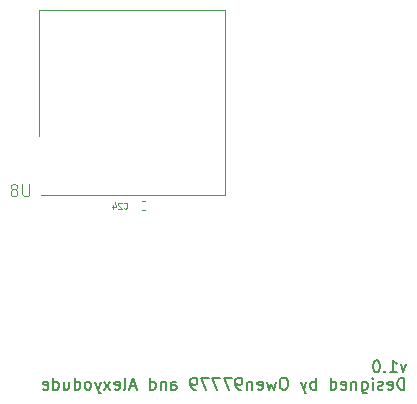
<source format=gbo>
G04 #@! TF.GenerationSoftware,KiCad,Pcbnew,5.1.10-88a1d61d58~90~ubuntu20.04.1*
G04 #@! TF.CreationDate,2021-10-18T20:01:28+01:00*
G04 #@! TF.ProjectId,GPS Hardware,47505320-4861-4726-9477-6172652e6b69,rev?*
G04 #@! TF.SameCoordinates,Original*
G04 #@! TF.FileFunction,Legend,Bot*
G04 #@! TF.FilePolarity,Positive*
%FSLAX46Y46*%
G04 Gerber Fmt 4.6, Leading zero omitted, Abs format (unit mm)*
G04 Created by KiCad (PCBNEW 5.1.10-88a1d61d58~90~ubuntu20.04.1) date 2021-10-18 20:01:28*
%MOMM*%
%LPD*%
G01*
G04 APERTURE LIST*
%ADD10C,0.150000*%
%ADD11C,0.120000*%
%ADD12C,0.125000*%
%ADD13C,0.750000*%
%ADD14C,1.200000*%
%ADD15C,1.508000*%
%ADD16R,1.508000X1.508000*%
%ADD17O,1.000000X2.100000*%
%ADD18C,0.650000*%
%ADD19O,1.000000X1.600000*%
%ADD20R,3.500000X1.500000*%
G04 APERTURE END LIST*
D10*
X148228571Y-105610714D02*
X147990476Y-106277380D01*
X147752380Y-105610714D01*
X146847619Y-106277380D02*
X147419047Y-106277380D01*
X147133333Y-106277380D02*
X147133333Y-105277380D01*
X147228571Y-105420238D01*
X147323809Y-105515476D01*
X147419047Y-105563095D01*
X146419047Y-106182142D02*
X146371428Y-106229761D01*
X146419047Y-106277380D01*
X146466666Y-106229761D01*
X146419047Y-106182142D01*
X146419047Y-106277380D01*
X145752380Y-105277380D02*
X145657142Y-105277380D01*
X145561904Y-105325000D01*
X145514285Y-105372619D01*
X145466666Y-105467857D01*
X145419047Y-105658333D01*
X145419047Y-105896428D01*
X145466666Y-106086904D01*
X145514285Y-106182142D01*
X145561904Y-106229761D01*
X145657142Y-106277380D01*
X145752380Y-106277380D01*
X145847619Y-106229761D01*
X145895238Y-106182142D01*
X145942857Y-106086904D01*
X145990476Y-105896428D01*
X145990476Y-105658333D01*
X145942857Y-105467857D01*
X145895238Y-105372619D01*
X145847619Y-105325000D01*
X145752380Y-105277380D01*
X148060714Y-107752380D02*
X148060714Y-106752380D01*
X147822619Y-106752380D01*
X147679761Y-106800000D01*
X147584523Y-106895238D01*
X147536904Y-106990476D01*
X147489285Y-107180952D01*
X147489285Y-107323809D01*
X147536904Y-107514285D01*
X147584523Y-107609523D01*
X147679761Y-107704761D01*
X147822619Y-107752380D01*
X148060714Y-107752380D01*
X146679761Y-107704761D02*
X146775000Y-107752380D01*
X146965476Y-107752380D01*
X147060714Y-107704761D01*
X147108333Y-107609523D01*
X147108333Y-107228571D01*
X147060714Y-107133333D01*
X146965476Y-107085714D01*
X146775000Y-107085714D01*
X146679761Y-107133333D01*
X146632142Y-107228571D01*
X146632142Y-107323809D01*
X147108333Y-107419047D01*
X146251190Y-107704761D02*
X146155952Y-107752380D01*
X145965476Y-107752380D01*
X145870238Y-107704761D01*
X145822619Y-107609523D01*
X145822619Y-107561904D01*
X145870238Y-107466666D01*
X145965476Y-107419047D01*
X146108333Y-107419047D01*
X146203571Y-107371428D01*
X146251190Y-107276190D01*
X146251190Y-107228571D01*
X146203571Y-107133333D01*
X146108333Y-107085714D01*
X145965476Y-107085714D01*
X145870238Y-107133333D01*
X145394047Y-107752380D02*
X145394047Y-107085714D01*
X145394047Y-106752380D02*
X145441666Y-106800000D01*
X145394047Y-106847619D01*
X145346428Y-106800000D01*
X145394047Y-106752380D01*
X145394047Y-106847619D01*
X144489285Y-107085714D02*
X144489285Y-107895238D01*
X144536904Y-107990476D01*
X144584523Y-108038095D01*
X144679761Y-108085714D01*
X144822619Y-108085714D01*
X144917857Y-108038095D01*
X144489285Y-107704761D02*
X144584523Y-107752380D01*
X144775000Y-107752380D01*
X144870238Y-107704761D01*
X144917857Y-107657142D01*
X144965476Y-107561904D01*
X144965476Y-107276190D01*
X144917857Y-107180952D01*
X144870238Y-107133333D01*
X144775000Y-107085714D01*
X144584523Y-107085714D01*
X144489285Y-107133333D01*
X144013095Y-107085714D02*
X144013095Y-107752380D01*
X144013095Y-107180952D02*
X143965476Y-107133333D01*
X143870238Y-107085714D01*
X143727380Y-107085714D01*
X143632142Y-107133333D01*
X143584523Y-107228571D01*
X143584523Y-107752380D01*
X142727380Y-107704761D02*
X142822619Y-107752380D01*
X143013095Y-107752380D01*
X143108333Y-107704761D01*
X143155952Y-107609523D01*
X143155952Y-107228571D01*
X143108333Y-107133333D01*
X143013095Y-107085714D01*
X142822619Y-107085714D01*
X142727380Y-107133333D01*
X142679761Y-107228571D01*
X142679761Y-107323809D01*
X143155952Y-107419047D01*
X141822619Y-107752380D02*
X141822619Y-106752380D01*
X141822619Y-107704761D02*
X141917857Y-107752380D01*
X142108333Y-107752380D01*
X142203571Y-107704761D01*
X142251190Y-107657142D01*
X142298809Y-107561904D01*
X142298809Y-107276190D01*
X142251190Y-107180952D01*
X142203571Y-107133333D01*
X142108333Y-107085714D01*
X141917857Y-107085714D01*
X141822619Y-107133333D01*
X140584523Y-107752380D02*
X140584523Y-106752380D01*
X140584523Y-107133333D02*
X140489285Y-107085714D01*
X140298809Y-107085714D01*
X140203571Y-107133333D01*
X140155952Y-107180952D01*
X140108333Y-107276190D01*
X140108333Y-107561904D01*
X140155952Y-107657142D01*
X140203571Y-107704761D01*
X140298809Y-107752380D01*
X140489285Y-107752380D01*
X140584523Y-107704761D01*
X139775000Y-107085714D02*
X139536904Y-107752380D01*
X139298809Y-107085714D02*
X139536904Y-107752380D01*
X139632142Y-107990476D01*
X139679761Y-108038095D01*
X139775000Y-108085714D01*
X137965476Y-106752380D02*
X137775000Y-106752380D01*
X137679761Y-106800000D01*
X137584523Y-106895238D01*
X137536904Y-107085714D01*
X137536904Y-107419047D01*
X137584523Y-107609523D01*
X137679761Y-107704761D01*
X137775000Y-107752380D01*
X137965476Y-107752380D01*
X138060714Y-107704761D01*
X138155952Y-107609523D01*
X138203571Y-107419047D01*
X138203571Y-107085714D01*
X138155952Y-106895238D01*
X138060714Y-106800000D01*
X137965476Y-106752380D01*
X137203571Y-107085714D02*
X137013095Y-107752380D01*
X136822619Y-107276190D01*
X136632142Y-107752380D01*
X136441666Y-107085714D01*
X135679761Y-107704761D02*
X135775000Y-107752380D01*
X135965476Y-107752380D01*
X136060714Y-107704761D01*
X136108333Y-107609523D01*
X136108333Y-107228571D01*
X136060714Y-107133333D01*
X135965476Y-107085714D01*
X135775000Y-107085714D01*
X135679761Y-107133333D01*
X135632142Y-107228571D01*
X135632142Y-107323809D01*
X136108333Y-107419047D01*
X135203571Y-107085714D02*
X135203571Y-107752380D01*
X135203571Y-107180952D02*
X135155952Y-107133333D01*
X135060714Y-107085714D01*
X134917857Y-107085714D01*
X134822619Y-107133333D01*
X134775000Y-107228571D01*
X134775000Y-107752380D01*
X134251190Y-107752380D02*
X134060714Y-107752380D01*
X133965476Y-107704761D01*
X133917857Y-107657142D01*
X133822619Y-107514285D01*
X133775000Y-107323809D01*
X133775000Y-106942857D01*
X133822619Y-106847619D01*
X133870238Y-106800000D01*
X133965476Y-106752380D01*
X134155952Y-106752380D01*
X134251190Y-106800000D01*
X134298809Y-106847619D01*
X134346428Y-106942857D01*
X134346428Y-107180952D01*
X134298809Y-107276190D01*
X134251190Y-107323809D01*
X134155952Y-107371428D01*
X133965476Y-107371428D01*
X133870238Y-107323809D01*
X133822619Y-107276190D01*
X133775000Y-107180952D01*
X133441666Y-106752380D02*
X132775000Y-106752380D01*
X133203571Y-107752380D01*
X132489285Y-106752380D02*
X131822619Y-106752380D01*
X132251190Y-107752380D01*
X131536904Y-106752380D02*
X130870238Y-106752380D01*
X131298809Y-107752380D01*
X130441666Y-107752380D02*
X130251190Y-107752380D01*
X130155952Y-107704761D01*
X130108333Y-107657142D01*
X130013095Y-107514285D01*
X129965476Y-107323809D01*
X129965476Y-106942857D01*
X130013095Y-106847619D01*
X130060714Y-106800000D01*
X130155952Y-106752380D01*
X130346428Y-106752380D01*
X130441666Y-106800000D01*
X130489285Y-106847619D01*
X130536904Y-106942857D01*
X130536904Y-107180952D01*
X130489285Y-107276190D01*
X130441666Y-107323809D01*
X130346428Y-107371428D01*
X130155952Y-107371428D01*
X130060714Y-107323809D01*
X130013095Y-107276190D01*
X129965476Y-107180952D01*
X128346428Y-107752380D02*
X128346428Y-107228571D01*
X128394047Y-107133333D01*
X128489285Y-107085714D01*
X128679761Y-107085714D01*
X128775000Y-107133333D01*
X128346428Y-107704761D02*
X128441666Y-107752380D01*
X128679761Y-107752380D01*
X128775000Y-107704761D01*
X128822619Y-107609523D01*
X128822619Y-107514285D01*
X128775000Y-107419047D01*
X128679761Y-107371428D01*
X128441666Y-107371428D01*
X128346428Y-107323809D01*
X127870238Y-107085714D02*
X127870238Y-107752380D01*
X127870238Y-107180952D02*
X127822619Y-107133333D01*
X127727380Y-107085714D01*
X127584523Y-107085714D01*
X127489285Y-107133333D01*
X127441666Y-107228571D01*
X127441666Y-107752380D01*
X126536904Y-107752380D02*
X126536904Y-106752380D01*
X126536904Y-107704761D02*
X126632142Y-107752380D01*
X126822619Y-107752380D01*
X126917857Y-107704761D01*
X126965476Y-107657142D01*
X127013095Y-107561904D01*
X127013095Y-107276190D01*
X126965476Y-107180952D01*
X126917857Y-107133333D01*
X126822619Y-107085714D01*
X126632142Y-107085714D01*
X126536904Y-107133333D01*
X125346428Y-107466666D02*
X124870238Y-107466666D01*
X125441666Y-107752380D02*
X125108333Y-106752380D01*
X124775000Y-107752380D01*
X124298809Y-107752380D02*
X124394047Y-107704761D01*
X124441666Y-107609523D01*
X124441666Y-106752380D01*
X123536904Y-107704761D02*
X123632142Y-107752380D01*
X123822619Y-107752380D01*
X123917857Y-107704761D01*
X123965476Y-107609523D01*
X123965476Y-107228571D01*
X123917857Y-107133333D01*
X123822619Y-107085714D01*
X123632142Y-107085714D01*
X123536904Y-107133333D01*
X123489285Y-107228571D01*
X123489285Y-107323809D01*
X123965476Y-107419047D01*
X123155952Y-107752380D02*
X122632142Y-107085714D01*
X123155952Y-107085714D02*
X122632142Y-107752380D01*
X122346428Y-107085714D02*
X122108333Y-107752380D01*
X121870238Y-107085714D02*
X122108333Y-107752380D01*
X122203571Y-107990476D01*
X122251190Y-108038095D01*
X122346428Y-108085714D01*
X121346428Y-107752380D02*
X121441666Y-107704761D01*
X121489285Y-107657142D01*
X121536904Y-107561904D01*
X121536904Y-107276190D01*
X121489285Y-107180952D01*
X121441666Y-107133333D01*
X121346428Y-107085714D01*
X121203571Y-107085714D01*
X121108333Y-107133333D01*
X121060714Y-107180952D01*
X121013095Y-107276190D01*
X121013095Y-107561904D01*
X121060714Y-107657142D01*
X121108333Y-107704761D01*
X121203571Y-107752380D01*
X121346428Y-107752380D01*
X120155952Y-107752380D02*
X120155952Y-106752380D01*
X120155952Y-107704761D02*
X120251190Y-107752380D01*
X120441666Y-107752380D01*
X120536904Y-107704761D01*
X120584523Y-107657142D01*
X120632142Y-107561904D01*
X120632142Y-107276190D01*
X120584523Y-107180952D01*
X120536904Y-107133333D01*
X120441666Y-107085714D01*
X120251190Y-107085714D01*
X120155952Y-107133333D01*
X119251190Y-107085714D02*
X119251190Y-107752380D01*
X119679761Y-107085714D02*
X119679761Y-107609523D01*
X119632142Y-107704761D01*
X119536904Y-107752380D01*
X119394047Y-107752380D01*
X119298809Y-107704761D01*
X119251190Y-107657142D01*
X118346428Y-107752380D02*
X118346428Y-106752380D01*
X118346428Y-107704761D02*
X118441666Y-107752380D01*
X118632142Y-107752380D01*
X118727380Y-107704761D01*
X118775000Y-107657142D01*
X118822619Y-107561904D01*
X118822619Y-107276190D01*
X118775000Y-107180952D01*
X118727380Y-107133333D01*
X118632142Y-107085714D01*
X118441666Y-107085714D01*
X118346428Y-107133333D01*
X117489285Y-107704761D02*
X117584523Y-107752380D01*
X117775000Y-107752380D01*
X117870238Y-107704761D01*
X117917857Y-107609523D01*
X117917857Y-107228571D01*
X117870238Y-107133333D01*
X117775000Y-107085714D01*
X117584523Y-107085714D01*
X117489285Y-107133333D01*
X117441666Y-107228571D01*
X117441666Y-107323809D01*
X117917857Y-107419047D01*
D11*
X117280000Y-91320000D02*
X132890000Y-91320000D01*
X132890000Y-91320000D02*
X132890000Y-75600000D01*
X117170000Y-75600000D02*
X132890000Y-75600000D01*
X117170000Y-86260000D02*
X117170000Y-75600000D01*
X126128335Y-92550000D02*
X125896665Y-92550000D01*
X126128335Y-91830000D02*
X125896665Y-91830000D01*
D12*
X116311904Y-90377380D02*
X116311904Y-91186904D01*
X116264285Y-91282142D01*
X116216666Y-91329761D01*
X116121428Y-91377380D01*
X115930952Y-91377380D01*
X115835714Y-91329761D01*
X115788095Y-91282142D01*
X115740476Y-91186904D01*
X115740476Y-90377380D01*
X115121428Y-90805952D02*
X115216666Y-90758333D01*
X115264285Y-90710714D01*
X115311904Y-90615476D01*
X115311904Y-90567857D01*
X115264285Y-90472619D01*
X115216666Y-90425000D01*
X115121428Y-90377380D01*
X114930952Y-90377380D01*
X114835714Y-90425000D01*
X114788095Y-90472619D01*
X114740476Y-90567857D01*
X114740476Y-90615476D01*
X114788095Y-90710714D01*
X114835714Y-90758333D01*
X114930952Y-90805952D01*
X115121428Y-90805952D01*
X115216666Y-90853571D01*
X115264285Y-90901190D01*
X115311904Y-90996428D01*
X115311904Y-91186904D01*
X115264285Y-91282142D01*
X115216666Y-91329761D01*
X115121428Y-91377380D01*
X114930952Y-91377380D01*
X114835714Y-91329761D01*
X114788095Y-91282142D01*
X114740476Y-91186904D01*
X114740476Y-90996428D01*
X114788095Y-90901190D01*
X114835714Y-90853571D01*
X114930952Y-90805952D01*
X124321428Y-92378571D02*
X124345238Y-92402380D01*
X124416666Y-92426190D01*
X124464285Y-92426190D01*
X124535714Y-92402380D01*
X124583333Y-92354761D01*
X124607142Y-92307142D01*
X124630952Y-92211904D01*
X124630952Y-92140476D01*
X124607142Y-92045238D01*
X124583333Y-91997619D01*
X124535714Y-91950000D01*
X124464285Y-91926190D01*
X124416666Y-91926190D01*
X124345238Y-91950000D01*
X124321428Y-91973809D01*
X124130952Y-91973809D02*
X124107142Y-91950000D01*
X124059523Y-91926190D01*
X123940476Y-91926190D01*
X123892857Y-91950000D01*
X123869047Y-91973809D01*
X123845238Y-92021428D01*
X123845238Y-92069047D01*
X123869047Y-92140476D01*
X124154761Y-92426190D01*
X123845238Y-92426190D01*
X123416666Y-92092857D02*
X123416666Y-92426190D01*
X123535714Y-91902380D02*
X123654761Y-92259523D01*
X123345238Y-92259523D01*
%LPC*%
D13*
X128970000Y-63505000D03*
X120470000Y-63505000D03*
D14*
X122570000Y-62375000D03*
X122570000Y-69775000D03*
X125110000Y-69775000D03*
X127650000Y-69775000D03*
X125110000Y-62375000D03*
X127650000Y-62375000D03*
D15*
X103265000Y-80030000D03*
D16*
X103265000Y-77530000D03*
G36*
G01*
X120479999Y-90960000D02*
X120479999Y-89160000D01*
G75*
G02*
X120480000Y-89159999I1J0D01*
G01*
X121980000Y-89159999D01*
G75*
G02*
X121980001Y-89160000I0J-1D01*
G01*
X121980001Y-90960000D01*
G75*
G02*
X121980000Y-90960001I-1J0D01*
G01*
X120480000Y-90960001D01*
G75*
G02*
X120479999Y-90960000I0J1D01*
G01*
G37*
G36*
G01*
X122379999Y-90960000D02*
X122379999Y-89160000D01*
G75*
G02*
X122380000Y-89159999I1J0D01*
G01*
X123880000Y-89159999D01*
G75*
G02*
X123880001Y-89160000I0J-1D01*
G01*
X123880001Y-90960000D01*
G75*
G02*
X123880000Y-90960001I-1J0D01*
G01*
X122380000Y-90960001D01*
G75*
G02*
X122379999Y-90960000I0J1D01*
G01*
G37*
G36*
G01*
X124279999Y-90960000D02*
X124279999Y-89160000D01*
G75*
G02*
X124280000Y-89159999I1J0D01*
G01*
X125780000Y-89159999D01*
G75*
G02*
X125780001Y-89160000I0J-1D01*
G01*
X125780001Y-90960000D01*
G75*
G02*
X125780000Y-90960001I-1J0D01*
G01*
X124280000Y-90960001D01*
G75*
G02*
X124279999Y-90960000I0J1D01*
G01*
G37*
G36*
G01*
X126179999Y-90960000D02*
X126179999Y-89160000D01*
G75*
G02*
X126180000Y-89159999I1J0D01*
G01*
X127680000Y-89159999D01*
G75*
G02*
X127680001Y-89160000I0J-1D01*
G01*
X127680001Y-90960000D01*
G75*
G02*
X127680000Y-90960001I-1J0D01*
G01*
X126180000Y-90960001D01*
G75*
G02*
X126179999Y-90960000I0J1D01*
G01*
G37*
G36*
G01*
X128079999Y-90960000D02*
X128079999Y-89160000D01*
G75*
G02*
X128080000Y-89159999I1J0D01*
G01*
X129580000Y-89159999D01*
G75*
G02*
X129580001Y-89160000I0J-1D01*
G01*
X129580001Y-90960000D01*
G75*
G02*
X129580000Y-90960001I-1J0D01*
G01*
X128080000Y-90960001D01*
G75*
G02*
X128079999Y-90960000I0J1D01*
G01*
G37*
G36*
G01*
X130729999Y-88010000D02*
X130729999Y-86510000D01*
G75*
G02*
X130730000Y-86509999I1J0D01*
G01*
X132530000Y-86509999D01*
G75*
G02*
X132530001Y-86510000I0J-1D01*
G01*
X132530001Y-88010000D01*
G75*
G02*
X132530000Y-88010001I-1J0D01*
G01*
X130730000Y-88010001D01*
G75*
G02*
X130729999Y-88010000I0J1D01*
G01*
G37*
G36*
G01*
X130729999Y-86110000D02*
X130729999Y-84610000D01*
G75*
G02*
X130730000Y-84609999I1J0D01*
G01*
X132530000Y-84609999D01*
G75*
G02*
X132530001Y-84610000I0J-1D01*
G01*
X132530001Y-86110000D01*
G75*
G02*
X132530000Y-86110001I-1J0D01*
G01*
X130730000Y-86110001D01*
G75*
G02*
X130729999Y-86110000I0J1D01*
G01*
G37*
G36*
G01*
X130729999Y-84210000D02*
X130729999Y-82710000D01*
G75*
G02*
X130730000Y-82709999I1J0D01*
G01*
X132530000Y-82709999D01*
G75*
G02*
X132530001Y-82710000I0J-1D01*
G01*
X132530001Y-84210000D01*
G75*
G02*
X132530000Y-84210001I-1J0D01*
G01*
X130730000Y-84210001D01*
G75*
G02*
X130729999Y-84210000I0J1D01*
G01*
G37*
G36*
G01*
X130729999Y-82310000D02*
X130729999Y-80810000D01*
G75*
G02*
X130730000Y-80809999I1J0D01*
G01*
X132530000Y-80809999D01*
G75*
G02*
X132530001Y-80810000I0J-1D01*
G01*
X132530001Y-82310000D01*
G75*
G02*
X132530000Y-82310001I-1J0D01*
G01*
X130730000Y-82310001D01*
G75*
G02*
X130729999Y-82310000I0J1D01*
G01*
G37*
G36*
G01*
X130729999Y-80410000D02*
X130729999Y-78910000D01*
G75*
G02*
X130730000Y-78909999I1J0D01*
G01*
X132530000Y-78909999D01*
G75*
G02*
X132530001Y-78910000I0J-1D01*
G01*
X132530001Y-80410000D01*
G75*
G02*
X132530000Y-80410001I-1J0D01*
G01*
X130730000Y-80410001D01*
G75*
G02*
X130729999Y-80410000I0J1D01*
G01*
G37*
G36*
G01*
X128079999Y-77760000D02*
X128079999Y-75960000D01*
G75*
G02*
X128080000Y-75959999I1J0D01*
G01*
X129580000Y-75959999D01*
G75*
G02*
X129580001Y-75960000I0J-1D01*
G01*
X129580001Y-77760000D01*
G75*
G02*
X129580000Y-77760001I-1J0D01*
G01*
X128080000Y-77760001D01*
G75*
G02*
X128079999Y-77760000I0J1D01*
G01*
G37*
G36*
G01*
X126179999Y-77760000D02*
X126179999Y-75960000D01*
G75*
G02*
X126180000Y-75959999I1J0D01*
G01*
X127680000Y-75959999D01*
G75*
G02*
X127680001Y-75960000I0J-1D01*
G01*
X127680001Y-77760000D01*
G75*
G02*
X127680000Y-77760001I-1J0D01*
G01*
X126180000Y-77760001D01*
G75*
G02*
X126179999Y-77760000I0J1D01*
G01*
G37*
G36*
G01*
X124279999Y-77760000D02*
X124279999Y-75960000D01*
G75*
G02*
X124280000Y-75959999I1J0D01*
G01*
X125780000Y-75959999D01*
G75*
G02*
X125780001Y-75960000I0J-1D01*
G01*
X125780001Y-77760000D01*
G75*
G02*
X125780000Y-77760001I-1J0D01*
G01*
X124280000Y-77760001D01*
G75*
G02*
X124279999Y-77760000I0J1D01*
G01*
G37*
G36*
G01*
X122379999Y-77760000D02*
X122379999Y-75960000D01*
G75*
G02*
X122380000Y-75959999I1J0D01*
G01*
X123880000Y-75959999D01*
G75*
G02*
X123880001Y-75960000I0J-1D01*
G01*
X123880001Y-77760000D01*
G75*
G02*
X123880000Y-77760001I-1J0D01*
G01*
X122380000Y-77760001D01*
G75*
G02*
X122379999Y-77760000I0J1D01*
G01*
G37*
G36*
G01*
X120479999Y-77760000D02*
X120479999Y-75960000D01*
G75*
G02*
X120480000Y-75959999I1J0D01*
G01*
X121980000Y-75959999D01*
G75*
G02*
X121980001Y-75960000I0J-1D01*
G01*
X121980001Y-77760000D01*
G75*
G02*
X121980000Y-77760001I-1J0D01*
G01*
X120480000Y-77760001D01*
G75*
G02*
X120479999Y-77760000I0J1D01*
G01*
G37*
G36*
G01*
X117529999Y-80410000D02*
X117529999Y-78910000D01*
G75*
G02*
X117530000Y-78909999I1J0D01*
G01*
X119330000Y-78909999D01*
G75*
G02*
X119330001Y-78910000I0J-1D01*
G01*
X119330001Y-80410000D01*
G75*
G02*
X119330000Y-80410001I-1J0D01*
G01*
X117530000Y-80410001D01*
G75*
G02*
X117529999Y-80410000I0J1D01*
G01*
G37*
G36*
G01*
X117529999Y-82310000D02*
X117529999Y-80810000D01*
G75*
G02*
X117530000Y-80809999I1J0D01*
G01*
X119330000Y-80809999D01*
G75*
G02*
X119330001Y-80810000I0J-1D01*
G01*
X119330001Y-82310000D01*
G75*
G02*
X119330000Y-82310001I-1J0D01*
G01*
X117530000Y-82310001D01*
G75*
G02*
X117529999Y-82310000I0J1D01*
G01*
G37*
G36*
G01*
X117529999Y-84210000D02*
X117529999Y-82710000D01*
G75*
G02*
X117530000Y-82709999I1J0D01*
G01*
X119330000Y-82709999D01*
G75*
G02*
X119330001Y-82710000I0J-1D01*
G01*
X119330001Y-84210000D01*
G75*
G02*
X119330000Y-84210001I-1J0D01*
G01*
X117530000Y-84210001D01*
G75*
G02*
X117529999Y-84210000I0J1D01*
G01*
G37*
G36*
G01*
X117529999Y-86110000D02*
X117529999Y-84610000D01*
G75*
G02*
X117530000Y-84609999I1J0D01*
G01*
X119330000Y-84609999D01*
G75*
G02*
X119330001Y-84610000I0J-1D01*
G01*
X119330001Y-86110000D01*
G75*
G02*
X119330000Y-86110001I-1J0D01*
G01*
X117530000Y-86110001D01*
G75*
G02*
X117529999Y-86110000I0J1D01*
G01*
G37*
G36*
G01*
X117529999Y-88010000D02*
X117529999Y-86510000D01*
G75*
G02*
X117530000Y-86509999I1J0D01*
G01*
X119330000Y-86509999D01*
G75*
G02*
X119330001Y-86510000I0J-1D01*
G01*
X119330001Y-88010000D01*
G75*
G02*
X119330000Y-88010001I-1J0D01*
G01*
X117530000Y-88010001D01*
G75*
G02*
X117529999Y-88010000I0J1D01*
G01*
G37*
G36*
G01*
X125812500Y-92035000D02*
X125812500Y-92345000D01*
G75*
G02*
X125657500Y-92500000I-155000J0D01*
G01*
X125232500Y-92500000D01*
G75*
G02*
X125077500Y-92345000I0J155000D01*
G01*
X125077500Y-92035000D01*
G75*
G02*
X125232500Y-91880000I155000J0D01*
G01*
X125657500Y-91880000D01*
G75*
G02*
X125812500Y-92035000I0J-155000D01*
G01*
G37*
G36*
G01*
X126947500Y-92035000D02*
X126947500Y-92345000D01*
G75*
G02*
X126792500Y-92500000I-155000J0D01*
G01*
X126367500Y-92500000D01*
G75*
G02*
X126212500Y-92345000I0J155000D01*
G01*
X126212500Y-92035000D01*
G75*
G02*
X126367500Y-91880000I155000J0D01*
G01*
X126792500Y-91880000D01*
G75*
G02*
X126947500Y-92035000I0J-155000D01*
G01*
G37*
D17*
X103726000Y-66365000D03*
X112366000Y-66365000D03*
D18*
X110936000Y-65835000D03*
D19*
X112366000Y-62185000D03*
D18*
X105156000Y-65835000D03*
D19*
X103726000Y-62185000D03*
D20*
X103420000Y-83820000D03*
X103420000Y-89220000D03*
M02*

</source>
